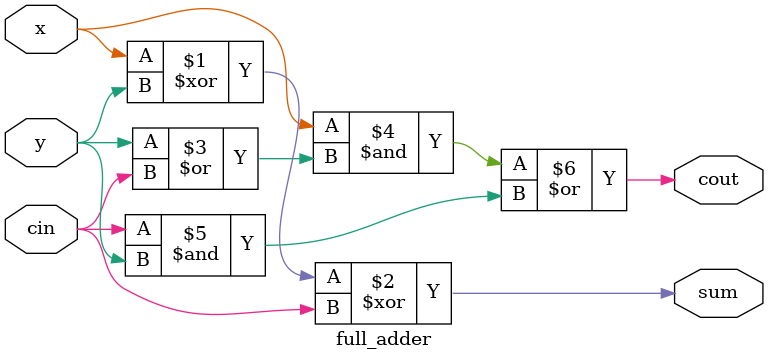
<source format=v>
module full_adder (input x, y, cin, output sum, cout);

	assign sum = (x ^ y) ^ cin;
	assign cout = (x & (y | cin)) | (cin & y);
	
endmodule	
</source>
